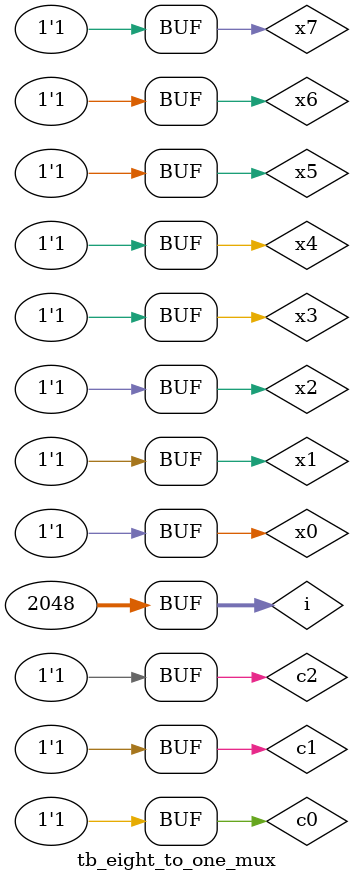
<source format=sv>
module tb_eight_to_one_mux;

logic x0, x1, x2, x3, x4, x5, x6, x7, c0, c1, c2, y;

eight_to_one_mux etom1(x0, x1, x2, x3, x4, x5, x6, x7, c0, c1, c2, y);

integer i;
initial begin
	
	for( i = 0; i < 2**11; i++) begin
		{x0, x1, x2, x3, x4, x5, x6, x7, c0, c1, c2} = i; #1;
	end
end

endmodule	
</source>
